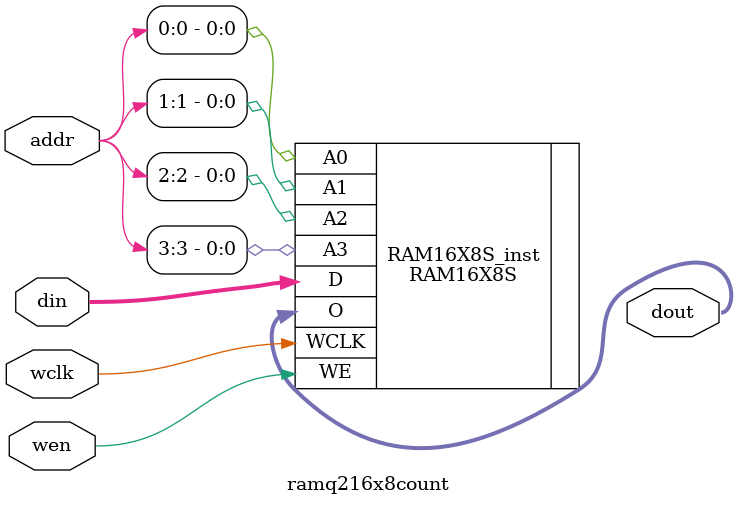
<source format=v>

module quad2(clk,rdwr,strobe,our_addr,addr,busy_in,busy_out,addr_match_in,
              addr_match_out,datin,datout, m10clk, u1clk, a1, a2, b1, b2);
    input  clk;              // system clock
    input  rdwr;             // direction of this transfer. Read=1; Write=0
    input  strobe;           // true on full valid command
    input  [3:0] our_addr;   // high byte of our assigned address
    input  [11:0] addr;      // address of target peripheral
    input  busy_in;          // ==1 if a previous peripheral is busy
    output busy_out;         // ==our busy state if our address, pass through otherwise
    input  addr_match_in;    // ==1 if a previous peripheral claims the address
    output addr_match_out;   // ==1 if we claim the above address, pass through otherwise
    input  [7:0] datin ;     // Data INto the peripheral;
    output [7:0] datout ;    // Data OUTput from the peripheral, = datin if not us.
    input  m10clk;           // Latch data at 10, 20, or 50 ms
    input  u1clk;            // 1 microsecond clock pulse
    input  a1;               // input 1 on channel a
    input  a2;               // input 2 on channel a
    input  b1;               // input 1 on channel b
    input  b2;               // input 2 on channel b

    // Addressing and bus interface lines 
    wire   myaddr;           // ==1 if a correct read/write on our address
 
    // Count RAM interface lines
    wire   [15:0] rout;      // RAM output lines
    wire   [3:0] raddr;      // RAM address lines
    wire   [15:0] rin;       // RAM input lines
    wire   wen;              // RAM write enable
    ramq216x8count ramH(rout[15:8],raddr,rin[15:8],clk,wen); // Register array in RAM
    ramq216x8count ramL(rout[7:0],raddr,rin[7:0],clk,wen); // Register array in RAM

    // Counter state and signals
    wire   a_inc;            // ==1 to increment A
    wire   a_dec;            // ==1 to decrement A
    wire   b_inc;            // ==1 to increment B
    wire   b_dec;            // ==1 to decrement B
    wire   [15:0] addmux;    // sits in front of an adder and == 1 or ffff
    reg    data_avail;       // Flag to say data is ready to send
    reg    [2:0] pollclk;    // number-1 of poll interval in units of 10ms.  0=10ms
    reg    [2:0] pollcount;  // divides pollclk to get 10, 20, ... 60ms
    reg    [15:0] period;    // 16 bit microsecond counter
    reg    block;            // Which block of registers we are updating
    reg    [1:0] inx;        // Which input we are examining now [1] and count/period [0]
    reg    a1_1,a1_2;
    reg    a2_1,a2_2;
    reg    b1_1,b1_2;
    reg    b2_1,b2_2;

    initial
    begin
        block = 0;
        data_avail = 0;
        period = 0;
        pollclk = 7;         // 0,1,2,3.. for 10ms,20ms,30ms ..60ms,off poll time
        pollcount = 0;
    end

    always @(posedge clk)
    begin
        // Update pollcount, do poll processing
        if (m10clk)
        begin
            if (pollcount == pollclk)
            begin
                pollcount <= 0;
                data_avail <= 1;                // set flag to send data to host
                block <= ~block;                // switch RAM block every poll
                period <= 0;                    // restart period counter
            end
            else
                pollcount <= pollcount + 3'h1;
        end
        else if (u1clk)
            period <= period + 16'h0001;


        // Handle write requests from the host
        if (strobe & myaddr & ~rdwr & addr[3])  // latch data on a write
        begin
            pollclk <= datin[2:0];
        end


        if (strobe & myaddr & rdwr) // if a read from the host
        begin
            // Clear data_available if we are sending the count up to the host
            data_avail <= 0;
        end
        else
        begin
            // host has priority access to RAM so delay our processing while
            // host is reading RAM.  This won't affect the output since we are
            // delaying processing by one sysclk and the maximum input frequency
            // is one twentieth of sysclk.
            inx <= inx + 2'h1;
            if (inx == 3)  // sample inputs on next sysclk edge
            begin
                // Bring inputs into our clock domain.
                a1_1 <= a1;
                a1_2 <= a1_1;
                a2_1 <= a2;
                a2_2 <= a2_1;
                b1_1 <= b1;
                b1_2 <= b1_1;
                b2_1 <= b2;
                b2_2 <= b2_1;
            end
        end
    end


    // Detect the edges to count
    assign a_inc = ((a1_2 != a1_1) && (a1_2 ^ a2_2)) ||
                    ((a2_2 != a2_1) && (~(a1_2 ^ a2_2)));
    assign a_dec = ((a1_2 != a1_1) && (~(a1_2 ^ a2_2))) ||
                    ((a2_2 != a2_1) && (a1_2 ^ a2_2));
    assign b_inc = ((b1_2 != b1_1) && (b1_2 ^ b2_2)) ||
                    ((b2_2 != b2_1) && (~(b1_2 ^ b2_2)));
    assign b_dec = ((b1_2 != b1_1) && (~(b1_2 ^ b2_2))) ||
                    ((b2_2 != b2_1) && (b1_2 ^ b2_2));


    // addmux is +1 or -1 depending inx, a_inc, and b_inc
    assign addmux = 
                 (((inx == 0) && (a_inc == 1)) || ((inx == 2) && (b_inc == 1))) ? 16'h0001 :
                 16'hffff ;

    // RAM address is block and inx, or !block and register address if a host read
    assign raddr = (strobe & myaddr & rdwr & (addr[3] == 0)) ? {1'b0, ~block, addr[2:1]} : 
                                                               {1'b0, block, inx} ;

    // Clear RAM register on/after a read
    assign rin = (strobe & myaddr & rdwr & (addr[7:3] == 0) & (addr[0] == 1)) ? 16'h0000 :
                 ((inx == 0) && (a_inc == 1)) ? (rout + addmux) :
                 ((inx == 0) && (a_dec == 1)) ? (rout + addmux) :
                 ((inx == 1) && (a_inc == 1)) ? period :
                 ((inx == 1) && (a_dec == 1)) ? period :
                 ((inx == 2) && (b_inc == 1)) ? (rout + addmux) :
                 ((inx == 2) && (b_dec == 1)) ? (rout + addmux) :
                 ((inx == 3) && (b_inc == 1)) ? period :
                 ((inx == 3) && (b_dec == 1)) ? period :
                 rout ;
    assign wen   = 1 ;

    assign myaddr = (addr[11:8] == our_addr) && (addr[7:4] == 0);
    assign datout = (~myaddr) ? datin : 
                    // send 8 bytes per sample.  Pollclk==7 turns off auto-updates
                    (~strobe && data_avail && (pollclk != 7)) ? 8'h08 :
                    (strobe & (addr[0] == 0)) ? rout[15:8] :
                    (strobe & (addr[0] == 1)) ? rout[7:0] :
                    (strobe & (addr[3] == 1)) ? {5'h0,pollclk} :
                    8'h00 ;

    // Loop in-to-out where appropriate
    assign busy_out = busy_in;
    assign addr_match_out = myaddr | addr_match_in;

endmodule


// Distributed RAM to store counters and shadow value.
module ramq216x8count(dout,addr,din,wclk,wen);
   output [7:0] dout;
   input  [3:0] addr;
   input  [7:0] din;
   input  wclk;
   input  wen;

   // RAM16X8S: 16 x 8 posedge write distributed (LUT) RAM
   //           Virtex-II/II-Pro
   // Xilinx HDL Language Template, version 10.1

   RAM16X8S #(
      .INIT_00(16'h0000), // INIT for bit 0 of RAM
      .INIT_01(16'hffff), // INIT for bit 1 of RAM
      .INIT_02(16'h0000), // INIT for bit 2 of RAM
      .INIT_03(16'hffff), // INIT for bit 3 of RAM
      .INIT_04(16'h0000), // INIT for bit 4 of RAM
      .INIT_05(16'hffff), // INIT for bit 5 of RAM
      .INIT_06(16'h0000), // INIT for bit 6 of RAM
      .INIT_07(16'hffff) // INIT for bit 7 of RAM
   ) RAM16X8S_inst (
      .O(dout),           // 8-bit RAM data output
      .A0(addr[0]),       // RAM address[0] input
      .A1(addr[1]),       // RAM address[1] input
      .A2(addr[2]),       // RAM address[2] input
      .A3(addr[3]),       // RAM address[3] input
      .D(din),            // 8-bit RAM data input
      .WCLK(wclk),        // Write clock input
      .WE(wen)            // Write enable input
   );

   // End of RAM16X8S_inst instantiation

endmodule


</source>
